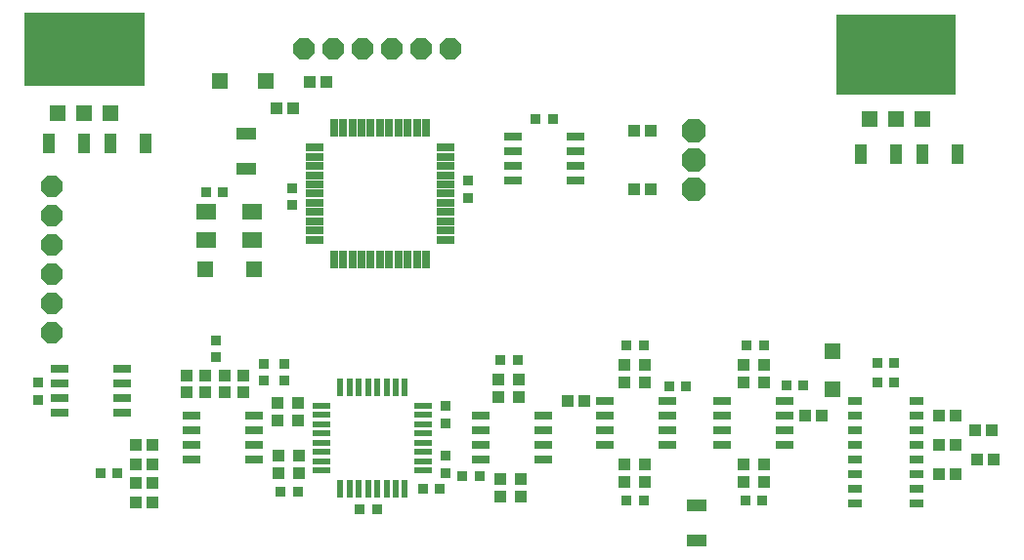
<source format=gts>
G04 EAGLE Gerber RS-274X export*
G75*
%MOMM*%
%FSLAX34Y34*%
%LPD*%
%INTop Solder Mask*%
%IPPOS*%
%AMOC8*
5,1,8,0,0,1.08239X$1,22.5*%
G01*
%ADD10R,0.927000X0.927000*%
%ADD11R,1.627000X0.627000*%
%ADD12R,0.627000X1.627000*%
%ADD13R,1.247000X0.707000*%
%ADD14R,0.677000X1.627000*%
%ADD15R,1.627000X0.677000*%
%ADD16R,1.727000X1.427000*%
%ADD17P,2.061953X8X22.500000*%
%ADD18R,1.077000X1.077000*%
%ADD19P,2.226909X8X292.500000*%
%ADD20R,1.397000X1.397000*%
%ADD21R,1.427000X1.427000*%
%ADD22R,3.727000X1.427000*%
%ADD23R,1.027000X1.727000*%
%ADD24P,2.061953X8X112.500000*%
%ADD25R,1.727000X1.027000*%

G36*
X812820Y406912D02*
X812820Y406912D01*
X812839Y406910D01*
X812941Y406932D01*
X813043Y406949D01*
X813060Y406958D01*
X813080Y406962D01*
X813169Y407015D01*
X813260Y407064D01*
X813274Y407078D01*
X813291Y407088D01*
X813358Y407167D01*
X813430Y407242D01*
X813438Y407260D01*
X813451Y407275D01*
X813490Y407371D01*
X813533Y407465D01*
X813535Y407485D01*
X813543Y407503D01*
X813561Y407670D01*
X813561Y476250D01*
X813558Y476270D01*
X813560Y476289D01*
X813538Y476391D01*
X813522Y476493D01*
X813512Y476510D01*
X813508Y476530D01*
X813455Y476619D01*
X813406Y476710D01*
X813392Y476724D01*
X813382Y476741D01*
X813303Y476808D01*
X813228Y476880D01*
X813210Y476888D01*
X813195Y476901D01*
X813099Y476940D01*
X813005Y476983D01*
X812985Y476985D01*
X812967Y476993D01*
X812800Y477011D01*
X711200Y477011D01*
X711180Y477008D01*
X711161Y477010D01*
X711059Y476988D01*
X710957Y476972D01*
X710940Y476962D01*
X710920Y476958D01*
X710831Y476905D01*
X710740Y476856D01*
X710726Y476842D01*
X710709Y476832D01*
X710642Y476753D01*
X710571Y476678D01*
X710562Y476660D01*
X710549Y476645D01*
X710510Y476549D01*
X710467Y476455D01*
X710465Y476435D01*
X710457Y476417D01*
X710439Y476250D01*
X710439Y407670D01*
X710442Y407650D01*
X710440Y407631D01*
X710462Y407529D01*
X710479Y407427D01*
X710488Y407410D01*
X710492Y407390D01*
X710545Y407301D01*
X710594Y407210D01*
X710608Y407196D01*
X710618Y407179D01*
X710697Y407112D01*
X710772Y407041D01*
X710790Y407032D01*
X710805Y407019D01*
X710901Y406980D01*
X710995Y406937D01*
X711015Y406935D01*
X711033Y406927D01*
X711200Y406909D01*
X812800Y406909D01*
X812820Y406912D01*
G37*
G36*
X110510Y414532D02*
X110510Y414532D01*
X110529Y414530D01*
X110631Y414552D01*
X110733Y414569D01*
X110750Y414578D01*
X110770Y414582D01*
X110859Y414635D01*
X110950Y414684D01*
X110964Y414698D01*
X110981Y414708D01*
X111048Y414787D01*
X111120Y414862D01*
X111128Y414880D01*
X111141Y414895D01*
X111180Y414991D01*
X111223Y415085D01*
X111225Y415105D01*
X111233Y415123D01*
X111251Y415290D01*
X111251Y477520D01*
X111248Y477540D01*
X111250Y477559D01*
X111228Y477661D01*
X111212Y477763D01*
X111202Y477780D01*
X111198Y477800D01*
X111145Y477889D01*
X111096Y477980D01*
X111082Y477994D01*
X111072Y478011D01*
X110993Y478078D01*
X110918Y478150D01*
X110900Y478158D01*
X110885Y478171D01*
X110789Y478210D01*
X110695Y478253D01*
X110675Y478255D01*
X110657Y478263D01*
X110490Y478281D01*
X7620Y478281D01*
X7600Y478278D01*
X7581Y478280D01*
X7479Y478258D01*
X7377Y478242D01*
X7360Y478232D01*
X7340Y478228D01*
X7251Y478175D01*
X7160Y478126D01*
X7146Y478112D01*
X7129Y478102D01*
X7062Y478023D01*
X6991Y477948D01*
X6982Y477930D01*
X6969Y477915D01*
X6930Y477819D01*
X6887Y477725D01*
X6885Y477705D01*
X6877Y477687D01*
X6859Y477520D01*
X6859Y415290D01*
X6862Y415270D01*
X6860Y415251D01*
X6882Y415149D01*
X6899Y415047D01*
X6908Y415030D01*
X6912Y415010D01*
X6965Y414921D01*
X7014Y414830D01*
X7028Y414816D01*
X7038Y414799D01*
X7117Y414732D01*
X7192Y414661D01*
X7210Y414652D01*
X7225Y414639D01*
X7321Y414600D01*
X7415Y414557D01*
X7435Y414555D01*
X7453Y414547D01*
X7620Y414529D01*
X110490Y414529D01*
X110510Y414532D01*
G37*
D10*
X366910Y64770D03*
X351910Y64770D03*
D11*
X264610Y113220D03*
X264610Y105220D03*
X264610Y121220D03*
X264610Y129220D03*
X264610Y137220D03*
X264610Y97220D03*
X264610Y89220D03*
X264610Y81220D03*
X352610Y113220D03*
X352610Y105220D03*
X352610Y121220D03*
X352610Y129220D03*
X352610Y137220D03*
X352610Y97220D03*
X352610Y89220D03*
X352610Y81220D03*
D12*
X304610Y153220D03*
X312610Y153220D03*
X296610Y153220D03*
X288610Y153220D03*
X280610Y153220D03*
X320610Y153220D03*
X328610Y153220D03*
X336610Y153220D03*
X304610Y65220D03*
X312610Y65220D03*
X296610Y65220D03*
X288610Y65220D03*
X280610Y65220D03*
X320610Y65220D03*
X328610Y65220D03*
X336610Y65220D03*
D13*
X726710Y102870D03*
X726710Y115570D03*
X726710Y128270D03*
X726710Y140970D03*
X726710Y90170D03*
X726710Y77470D03*
X726710Y64770D03*
X726710Y52070D03*
X779510Y102870D03*
X779510Y115570D03*
X779510Y128270D03*
X779510Y140970D03*
X779510Y90170D03*
X779510Y77470D03*
X779510Y64770D03*
X779510Y52070D03*
D14*
X314960Y378310D03*
X322960Y378310D03*
X330960Y378310D03*
X338960Y378310D03*
X346960Y378310D03*
X354960Y378310D03*
X306960Y378310D03*
X298960Y378310D03*
X290960Y378310D03*
X282960Y378310D03*
X274960Y378310D03*
X314960Y264310D03*
X322960Y264310D03*
X330960Y264310D03*
X338960Y264310D03*
X346960Y264310D03*
X354960Y264310D03*
X306960Y264310D03*
X298960Y264310D03*
X290960Y264310D03*
X282960Y264310D03*
X274960Y264310D03*
D15*
X371960Y321310D03*
X371960Y329310D03*
X371960Y337310D03*
X371960Y345310D03*
X371960Y353310D03*
X371960Y361310D03*
X371960Y313310D03*
X371960Y305310D03*
X371960Y297310D03*
X371960Y289310D03*
X371960Y281310D03*
X257960Y321310D03*
X257960Y329310D03*
X257960Y337310D03*
X257960Y345310D03*
X257960Y353310D03*
X257960Y361310D03*
X257960Y313310D03*
X257960Y305310D03*
X257960Y297310D03*
X257960Y289310D03*
X257960Y281310D03*
X152070Y128270D03*
X152070Y115570D03*
X152070Y102870D03*
X152070Y90170D03*
X206070Y90170D03*
X206070Y102870D03*
X206070Y115570D03*
X206070Y128270D03*
X456260Y90170D03*
X456260Y102870D03*
X456260Y115570D03*
X456260Y128270D03*
X402260Y128270D03*
X402260Y115570D03*
X402260Y102870D03*
X402260Y90170D03*
X611810Y140970D03*
X611810Y128270D03*
X611810Y115570D03*
X611810Y102870D03*
X665810Y102870D03*
X665810Y115570D03*
X665810Y128270D03*
X665810Y140970D03*
X91770Y130810D03*
X91770Y143510D03*
X91770Y156210D03*
X91770Y168910D03*
X37770Y168910D03*
X37770Y156210D03*
X37770Y143510D03*
X37770Y130810D03*
D16*
X204150Y305870D03*
X164150Y305870D03*
X204150Y280870D03*
X164150Y280870D03*
D15*
X430200Y370840D03*
X430200Y358140D03*
X430200Y345440D03*
X430200Y332740D03*
X484200Y332740D03*
X484200Y345440D03*
X484200Y358140D03*
X484200Y370840D03*
X510210Y140970D03*
X510210Y128270D03*
X510210Y115570D03*
X510210Y102870D03*
X564210Y102870D03*
X564210Y115570D03*
X564210Y128270D03*
X564210Y140970D03*
D17*
X299720Y447040D03*
X274320Y447040D03*
X248920Y447040D03*
X325120Y447040D03*
X350520Y447040D03*
X375920Y447040D03*
D18*
X226060Y139330D03*
X226060Y124830D03*
X544830Y71490D03*
X544830Y85990D03*
X527050Y157850D03*
X527050Y172350D03*
X527050Y85990D03*
X527050Y71490D03*
X117740Y53340D03*
X103240Y53340D03*
X117740Y102870D03*
X103240Y102870D03*
X180340Y163460D03*
X180340Y148960D03*
X103240Y86360D03*
X117740Y86360D03*
X103240Y69850D03*
X117740Y69850D03*
X163830Y163460D03*
X163830Y148960D03*
X196850Y148960D03*
X196850Y163460D03*
X245110Y79110D03*
X245110Y93610D03*
X147320Y148960D03*
X147320Y163460D03*
X492390Y140970D03*
X477890Y140970D03*
X647700Y172350D03*
X647700Y157850D03*
X629920Y71490D03*
X629920Y85990D03*
X629920Y157850D03*
X629920Y172350D03*
X243840Y124830D03*
X243840Y139330D03*
X647700Y85990D03*
X647700Y71490D03*
X535040Y375920D03*
X549540Y375920D03*
X535040Y325120D03*
X549540Y325120D03*
X227330Y93610D03*
X227330Y79110D03*
X419100Y58790D03*
X419100Y73290D03*
X435610Y159650D03*
X435610Y145150D03*
X436880Y73290D03*
X436880Y58790D03*
X417830Y145150D03*
X417830Y159650D03*
X544830Y172350D03*
X544830Y157850D03*
D19*
X586740Y350520D03*
X586740Y375920D03*
X586740Y325120D03*
D20*
X163830Y255270D03*
X215900Y419100D03*
X176530Y419100D03*
X707390Y151130D03*
X707390Y184150D03*
X205740Y255270D03*
D18*
X254370Y417830D03*
X268870Y417830D03*
X683630Y128270D03*
X698130Y128270D03*
X799200Y128270D03*
X813700Y128270D03*
X799200Y77470D03*
X813700Y77470D03*
X832220Y90170D03*
X846720Y90170D03*
X799200Y102870D03*
X813700Y102870D03*
X830950Y115570D03*
X845450Y115570D03*
X225160Y394970D03*
X239660Y394970D03*
D21*
X58420Y391140D03*
X35420Y391140D03*
X81420Y391140D03*
D22*
X58420Y452140D03*
D21*
X762000Y386060D03*
X739000Y386060D03*
X785000Y386060D03*
D22*
X762000Y447060D03*
D23*
X112020Y364490D03*
X81020Y364490D03*
X27680Y364490D03*
X58680Y364490D03*
X815600Y355600D03*
X784600Y355600D03*
X731260Y355600D03*
X762260Y355600D03*
D10*
X297300Y46990D03*
X312300Y46990D03*
X19050Y157360D03*
X19050Y142360D03*
X681870Y154940D03*
X666870Y154940D03*
X214630Y173870D03*
X214630Y158870D03*
X232410Y173870D03*
X232410Y158870D03*
X228720Y62230D03*
X243720Y62230D03*
X372110Y137040D03*
X372110Y122040D03*
X528440Y54610D03*
X543440Y54610D03*
X419220Y176530D03*
X434220Y176530D03*
X528440Y189230D03*
X543440Y189230D03*
X580270Y153670D03*
X565270Y153670D03*
X632580Y189230D03*
X647580Y189230D03*
X646310Y54610D03*
X631310Y54610D03*
X172720Y194190D03*
X172720Y179190D03*
X72510Y78740D03*
X87510Y78740D03*
X372110Y78860D03*
X372110Y93860D03*
X386200Y76200D03*
X401200Y76200D03*
X178950Y322580D03*
X163950Y322580D03*
X464700Y386080D03*
X449700Y386080D03*
X745610Y157480D03*
X760610Y157480D03*
X391160Y317620D03*
X391160Y332620D03*
X238760Y311270D03*
X238760Y326270D03*
X745610Y173990D03*
X760610Y173990D03*
D24*
X30480Y251460D03*
X30480Y226060D03*
X30480Y200660D03*
X30480Y276860D03*
X30480Y302260D03*
X30480Y327660D03*
D25*
X589280Y20060D03*
X589280Y51060D03*
X199390Y373640D03*
X199390Y342640D03*
M02*

</source>
